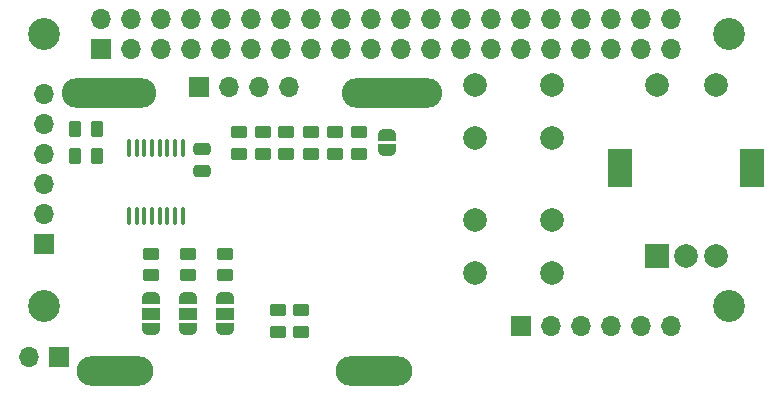
<source format=gbs>
G04 #@! TF.GenerationSoftware,KiCad,Pcbnew,(6.0.4)*
G04 #@! TF.CreationDate,2022-12-13T21:19:27-06:00*
G04 #@! TF.ProjectId,ctrl_board,6374726c-5f62-46f6-9172-642e6b696361,rev?*
G04 #@! TF.SameCoordinates,Original*
G04 #@! TF.FileFunction,Soldermask,Bot*
G04 #@! TF.FilePolarity,Negative*
%FSLAX46Y46*%
G04 Gerber Fmt 4.6, Leading zero omitted, Abs format (unit mm)*
G04 Created by KiCad (PCBNEW (6.0.4)) date 2022-12-13 21:19:27*
%MOMM*%
%LPD*%
G01*
G04 APERTURE LIST*
G04 Aperture macros list*
%AMRoundRect*
0 Rectangle with rounded corners*
0 $1 Rounding radius*
0 $2 $3 $4 $5 $6 $7 $8 $9 X,Y pos of 4 corners*
0 Add a 4 corners polygon primitive as box body*
4,1,4,$2,$3,$4,$5,$6,$7,$8,$9,$2,$3,0*
0 Add four circle primitives for the rounded corners*
1,1,$1+$1,$2,$3*
1,1,$1+$1,$4,$5*
1,1,$1+$1,$6,$7*
1,1,$1+$1,$8,$9*
0 Add four rect primitives between the rounded corners*
20,1,$1+$1,$2,$3,$4,$5,0*
20,1,$1+$1,$4,$5,$6,$7,0*
20,1,$1+$1,$6,$7,$8,$9,0*
20,1,$1+$1,$8,$9,$2,$3,0*%
%AMFreePoly0*
4,1,22,0.500000,-0.750000,0.000000,-0.750000,0.000000,-0.745033,-0.079941,-0.743568,-0.215256,-0.701293,-0.333266,-0.622738,-0.424486,-0.514219,-0.481581,-0.384460,-0.499164,-0.250000,-0.500000,-0.250000,-0.500000,0.250000,-0.499164,0.250000,-0.499963,0.256109,-0.478152,0.396186,-0.417904,0.524511,-0.324060,0.630769,-0.204165,0.706417,-0.067858,0.745374,0.000000,0.744959,0.000000,0.750000,
0.500000,0.750000,0.500000,-0.750000,0.500000,-0.750000,$1*%
%AMFreePoly1*
4,1,20,0.000000,0.744959,0.073905,0.744508,0.209726,0.703889,0.328688,0.626782,0.421226,0.519385,0.479903,0.390333,0.500000,0.250000,0.500000,-0.250000,0.499851,-0.262216,0.476331,-0.402017,0.414519,-0.529596,0.319384,-0.634700,0.198574,-0.708877,0.061801,-0.746166,0.000000,-0.745033,0.000000,-0.750000,-0.500000,-0.750000,-0.500000,0.750000,0.000000,0.750000,0.000000,0.744959,
0.000000,0.744959,$1*%
%AMFreePoly2*
4,1,22,0.550000,-0.750000,0.000000,-0.750000,0.000000,-0.745033,-0.079941,-0.743568,-0.215256,-0.701293,-0.333266,-0.622738,-0.424486,-0.514219,-0.481581,-0.384460,-0.499164,-0.250000,-0.500000,-0.250000,-0.500000,0.250000,-0.499164,0.250000,-0.499963,0.256109,-0.478152,0.396186,-0.417904,0.524511,-0.324060,0.630769,-0.204165,0.706417,-0.067858,0.745374,0.000000,0.744959,0.000000,0.750000,
0.550000,0.750000,0.550000,-0.750000,0.550000,-0.750000,$1*%
%AMFreePoly3*
4,1,20,0.000000,0.744959,0.073905,0.744508,0.209726,0.703889,0.328688,0.626782,0.421226,0.519385,0.479903,0.390333,0.500000,0.250000,0.500000,-0.250000,0.499851,-0.262216,0.476331,-0.402017,0.414519,-0.529596,0.319384,-0.634700,0.198574,-0.708877,0.061801,-0.746166,0.000000,-0.745033,0.000000,-0.750000,-0.550000,-0.750000,-0.550000,0.750000,0.000000,0.750000,0.000000,0.744959,
0.000000,0.744959,$1*%
G04 Aperture macros list end*
%ADD10R,1.700000X1.700000*%
%ADD11O,1.700000X1.700000*%
%ADD12O,6.500000X2.500000*%
%ADD13O,8.500000X2.500000*%
%ADD14O,8.000000X2.500000*%
%ADD15C,2.700000*%
%ADD16C,2.000000*%
%ADD17R,2.000000X2.000000*%
%ADD18R,2.000000X3.200000*%
%ADD19RoundRect,0.250000X-0.262500X-0.450000X0.262500X-0.450000X0.262500X0.450000X-0.262500X0.450000X0*%
%ADD20FreePoly0,90.000000*%
%ADD21FreePoly1,90.000000*%
%ADD22FreePoly2,90.000000*%
%ADD23R,1.500000X1.000000*%
%ADD24FreePoly3,90.000000*%
%ADD25RoundRect,0.250000X-0.450000X0.262500X-0.450000X-0.262500X0.450000X-0.262500X0.450000X0.262500X0*%
%ADD26RoundRect,0.250000X0.450000X-0.262500X0.450000X0.262500X-0.450000X0.262500X-0.450000X-0.262500X0*%
%ADD27RoundRect,0.100000X0.100000X-0.637500X0.100000X0.637500X-0.100000X0.637500X-0.100000X-0.637500X0*%
%ADD28RoundRect,0.250000X0.262500X0.450000X-0.262500X0.450000X-0.262500X-0.450000X0.262500X-0.450000X0*%
%ADD29RoundRect,0.250000X-0.475000X0.250000X-0.475000X-0.250000X0.475000X-0.250000X0.475000X0.250000X0*%
G04 APERTURE END LIST*
D10*
X216690000Y-102000000D03*
D11*
X219230000Y-102000000D03*
X221770000Y-102000000D03*
X224310000Y-102000000D03*
D12*
X231500000Y-126000000D03*
D13*
X233000000Y-102500000D03*
D14*
X209000000Y-102500000D03*
D12*
X209500000Y-126000000D03*
D10*
X203500000Y-115270000D03*
D11*
X203500000Y-112730000D03*
X203500000Y-110190000D03*
X203500000Y-107650000D03*
X203500000Y-105110000D03*
X203500000Y-102570000D03*
D15*
X203500000Y-120500000D03*
D16*
X246500000Y-101800000D03*
X240000000Y-101800000D03*
X246500000Y-106300000D03*
X240000000Y-106300000D03*
X246500000Y-117700000D03*
X240000000Y-117700000D03*
X246500000Y-113200000D03*
X240000000Y-113200000D03*
D10*
X243950000Y-122200000D03*
D11*
X246490000Y-122200000D03*
X249030000Y-122200000D03*
X251570000Y-122200000D03*
X254110000Y-122200000D03*
X256650000Y-122200000D03*
D17*
X255400000Y-116300000D03*
D16*
X260400000Y-116300000D03*
X257900000Y-116300000D03*
D18*
X263500000Y-108800000D03*
X252300000Y-108800000D03*
D16*
X260400000Y-101800000D03*
X255400000Y-101800000D03*
D15*
X203500000Y-97500000D03*
X261500000Y-97500000D03*
X261500000Y-120500000D03*
D10*
X208370000Y-98770000D03*
D11*
X208370000Y-96230000D03*
X210910000Y-98770000D03*
X210910000Y-96230000D03*
X213450000Y-98770000D03*
X213450000Y-96230000D03*
X215990000Y-98770000D03*
X215990000Y-96230000D03*
X218530000Y-98770000D03*
X218530000Y-96230000D03*
X221070000Y-98770000D03*
X221070000Y-96230000D03*
X223610000Y-98770000D03*
X223610000Y-96230000D03*
X226150000Y-98770000D03*
X226150000Y-96230000D03*
X228690000Y-98770000D03*
X228690000Y-96230000D03*
X231230000Y-98770000D03*
X231230000Y-96230000D03*
X233770000Y-98770000D03*
X233770000Y-96230000D03*
X236310000Y-98770000D03*
X236310000Y-96230000D03*
X238850000Y-98770000D03*
X238850000Y-96230000D03*
X241390000Y-98770000D03*
X241390000Y-96230000D03*
X243930000Y-98770000D03*
X243930000Y-96230000D03*
X246470000Y-98770000D03*
X246470000Y-96230000D03*
X249010000Y-98770000D03*
X249010000Y-96230000D03*
X251550000Y-98770000D03*
X251550000Y-96230000D03*
X254090000Y-98770000D03*
X254090000Y-96230000D03*
X256630000Y-98770000D03*
X256630000Y-96230000D03*
D19*
X206187500Y-107800000D03*
X208012500Y-107800000D03*
D20*
X232600000Y-107300000D03*
D21*
X232600000Y-106000000D03*
D22*
X218859500Y-122471000D03*
D23*
X218859500Y-121171000D03*
D24*
X218859500Y-119871000D03*
D22*
X215716250Y-122471000D03*
D23*
X215716250Y-121171000D03*
D24*
X215716250Y-119871000D03*
D22*
X212573000Y-122471000D03*
D23*
X212573000Y-121171000D03*
D24*
X212573000Y-119871000D03*
D25*
X220038083Y-105780500D03*
X220038083Y-107605500D03*
X222070466Y-105780500D03*
X222070466Y-107605500D03*
D26*
X218859500Y-117892500D03*
X218859500Y-116067500D03*
X215700000Y-117892500D03*
X215700000Y-116067500D03*
X212573000Y-117892500D03*
X212573000Y-116067500D03*
D27*
X215275000Y-112862500D03*
X214625000Y-112862500D03*
X213975000Y-112862500D03*
X213325000Y-112862500D03*
X212675000Y-112862500D03*
X212025000Y-112862500D03*
X211375000Y-112862500D03*
X210725000Y-112862500D03*
X210725000Y-107137500D03*
X211375000Y-107137500D03*
X212025000Y-107137500D03*
X212675000Y-107137500D03*
X213325000Y-107137500D03*
X213975000Y-107137500D03*
X214625000Y-107137500D03*
X215275000Y-107137500D03*
D26*
X223300000Y-122712500D03*
X223300000Y-120887500D03*
X225274084Y-122712500D03*
X225274084Y-120887500D03*
D28*
X208012500Y-105500000D03*
X206187500Y-105500000D03*
D29*
X216900000Y-107200000D03*
X216900000Y-109100000D03*
D25*
X226135232Y-105780500D03*
X226135232Y-107605500D03*
X230200000Y-105780500D03*
X230200000Y-107605500D03*
X228167615Y-105780500D03*
X228167615Y-107605500D03*
D10*
X204770000Y-124800000D03*
D11*
X202230000Y-124800000D03*
D26*
X224000000Y-107625000D03*
X224000000Y-105800000D03*
M02*

</source>
